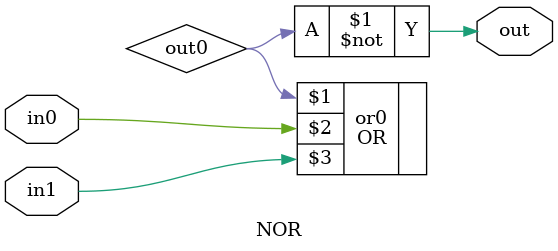
<source format=v>
module NOR(out,in0,in1);
input in0,in1;
output out;
OR or0(out0,in0,in1);
not(out,out0);
endmodule

</source>
